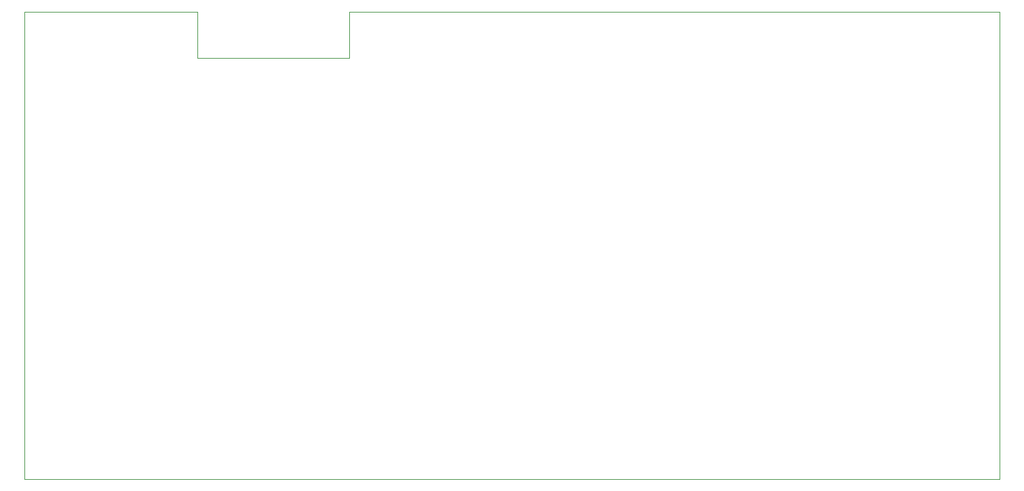
<source format=gm1>
%TF.GenerationSoftware,KiCad,Pcbnew,(6.0.0-0)*%
%TF.CreationDate,2022-02-21T20:15:33+01:00*%
%TF.ProjectId,MiliOhmMeter,4d696c69-4f68-46d4-9d65-7465722e6b69,rev?*%
%TF.SameCoordinates,Original*%
%TF.FileFunction,Profile,NP*%
%FSLAX46Y46*%
G04 Gerber Fmt 4.6, Leading zero omitted, Abs format (unit mm)*
G04 Created by KiCad (PCBNEW (6.0.0-0)) date 2022-02-21 20:15:33*
%MOMM*%
%LPD*%
G01*
G04 APERTURE LIST*
%TA.AperFunction,Profile*%
%ADD10C,0.050000*%
%TD*%
G04 APERTURE END LIST*
D10*
X180568600Y-65938400D02*
X97180400Y-65938400D01*
X97180400Y-71882000D02*
X77673200Y-71882000D01*
X180568600Y-125984000D02*
X55549800Y-125984000D01*
X101650800Y-65938400D02*
X101650800Y-65938400D01*
X77673200Y-65938400D02*
X55549800Y-65938400D01*
X97180400Y-65938400D02*
X97180400Y-71882000D01*
X55549800Y-65938400D02*
X55549800Y-125984000D01*
X180568600Y-65938400D02*
X180568600Y-125984000D01*
X77673200Y-65938400D02*
X77673200Y-71882000D01*
M02*

</source>
